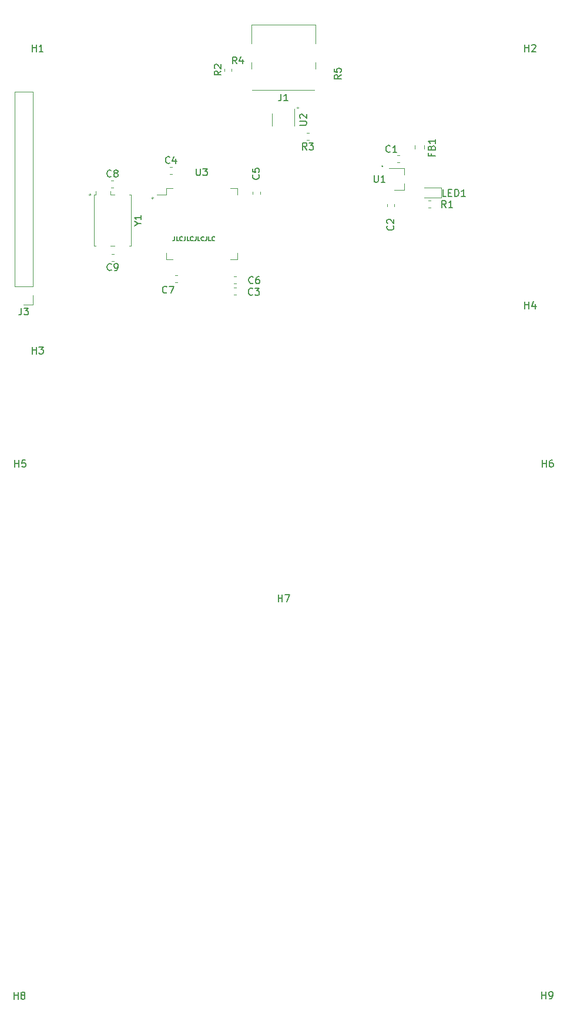
<source format=gbr>
%TF.GenerationSoftware,KiCad,Pcbnew,(5.1.6)-1*%
%TF.CreationDate,2020-12-15T22:49:58+02:00*%
%TF.ProjectId,macropad,6d616372-6f70-4616-942e-6b696361645f,rev?*%
%TF.SameCoordinates,Original*%
%TF.FileFunction,Legend,Top*%
%TF.FilePolarity,Positive*%
%FSLAX46Y46*%
G04 Gerber Fmt 4.6, Leading zero omitted, Abs format (unit mm)*
G04 Created by KiCad (PCBNEW (5.1.6)-1) date 2020-12-15 22:49:58*
%MOMM*%
%LPD*%
G01*
G04 APERTURE LIST*
%ADD10C,0.150000*%
%ADD11C,0.120000*%
G04 APERTURE END LIST*
D10*
X103648571Y-65601428D02*
X103648571Y-66030000D01*
X103620000Y-66115714D01*
X103562857Y-66172857D01*
X103477142Y-66201428D01*
X103420000Y-66201428D01*
X104220000Y-66201428D02*
X103934285Y-66201428D01*
X103934285Y-65601428D01*
X104762857Y-66144285D02*
X104734285Y-66172857D01*
X104648571Y-66201428D01*
X104591428Y-66201428D01*
X104505714Y-66172857D01*
X104448571Y-66115714D01*
X104420000Y-66058571D01*
X104391428Y-65944285D01*
X104391428Y-65858571D01*
X104420000Y-65744285D01*
X104448571Y-65687142D01*
X104505714Y-65630000D01*
X104591428Y-65601428D01*
X104648571Y-65601428D01*
X104734285Y-65630000D01*
X104762857Y-65658571D01*
X105191428Y-65601428D02*
X105191428Y-66030000D01*
X105162857Y-66115714D01*
X105105714Y-66172857D01*
X105020000Y-66201428D01*
X104962857Y-66201428D01*
X105762857Y-66201428D02*
X105477142Y-66201428D01*
X105477142Y-65601428D01*
X106305714Y-66144285D02*
X106277142Y-66172857D01*
X106191428Y-66201428D01*
X106134285Y-66201428D01*
X106048571Y-66172857D01*
X105991428Y-66115714D01*
X105962857Y-66058571D01*
X105934285Y-65944285D01*
X105934285Y-65858571D01*
X105962857Y-65744285D01*
X105991428Y-65687142D01*
X106048571Y-65630000D01*
X106134285Y-65601428D01*
X106191428Y-65601428D01*
X106277142Y-65630000D01*
X106305714Y-65658571D01*
X106734285Y-65601428D02*
X106734285Y-66030000D01*
X106705714Y-66115714D01*
X106648571Y-66172857D01*
X106562857Y-66201428D01*
X106505714Y-66201428D01*
X107305714Y-66201428D02*
X107020000Y-66201428D01*
X107020000Y-65601428D01*
X107848571Y-66144285D02*
X107820000Y-66172857D01*
X107734285Y-66201428D01*
X107677142Y-66201428D01*
X107591428Y-66172857D01*
X107534285Y-66115714D01*
X107505714Y-66058571D01*
X107477142Y-65944285D01*
X107477142Y-65858571D01*
X107505714Y-65744285D01*
X107534285Y-65687142D01*
X107591428Y-65630000D01*
X107677142Y-65601428D01*
X107734285Y-65601428D01*
X107820000Y-65630000D01*
X107848571Y-65658571D01*
X108277142Y-65601428D02*
X108277142Y-66030000D01*
X108248571Y-66115714D01*
X108191428Y-66172857D01*
X108105714Y-66201428D01*
X108048571Y-66201428D01*
X108848571Y-66201428D02*
X108562857Y-66201428D01*
X108562857Y-65601428D01*
X109391428Y-66144285D02*
X109362857Y-66172857D01*
X109277142Y-66201428D01*
X109220000Y-66201428D01*
X109134285Y-66172857D01*
X109077142Y-66115714D01*
X109048571Y-66058571D01*
X109020000Y-65944285D01*
X109020000Y-65858571D01*
X109048571Y-65744285D01*
X109077142Y-65687142D01*
X109134285Y-65630000D01*
X109220000Y-65601428D01*
X109277142Y-65601428D01*
X109362857Y-65630000D01*
X109391428Y-65658571D01*
D11*
X91622971Y-59570000D02*
G75*
G03*
X91622971Y-59570000I-152971J0D01*
G01*
X121561529Y-47070000D02*
G75*
G03*
X121561529Y-47070000I-131529J0D01*
G01*
X133710830Y-55470000D02*
G75*
G03*
X133710830Y-55470000I-120830J0D01*
G01*
X100642971Y-60040000D02*
G75*
G03*
X100642971Y-60040000I-152971J0D01*
G01*
%TO.C,J3*%
X83230000Y-75380000D02*
X81900000Y-75380000D01*
X83230000Y-74050000D02*
X83230000Y-75380000D01*
X83230000Y-72780000D02*
X80570000Y-72780000D01*
X80570000Y-72780000D02*
X80570000Y-44780000D01*
X83230000Y-72780000D02*
X83230000Y-44780000D01*
X83230000Y-44780000D02*
X80570000Y-44780000D01*
%TO.C,FB1*%
X139660000Y-52976252D02*
X139660000Y-52453748D01*
X138240000Y-52976252D02*
X138240000Y-52453748D01*
%TO.C,J1*%
X123920000Y-41400000D02*
X123920000Y-40500000D01*
X114730000Y-41400000D02*
X114730000Y-40500000D01*
X123920000Y-37800000D02*
X123920000Y-35070000D01*
X114730000Y-37800000D02*
X114730000Y-35070000D01*
X123800000Y-44480000D02*
X114850000Y-44480000D01*
X123920000Y-35070000D02*
X114730000Y-35070000D01*
%TO.C,LED1*%
X142040000Y-58550000D02*
X139580000Y-58550000D01*
X142040000Y-60020000D02*
X142040000Y-58550000D01*
X139580000Y-60020000D02*
X142040000Y-60020000D01*
%TO.C,U1*%
X136740000Y-58890000D02*
X135280000Y-58890000D01*
X136740000Y-55730000D02*
X134580000Y-55730000D01*
X136740000Y-55730000D02*
X136740000Y-56660000D01*
X136740000Y-58890000D02*
X136740000Y-57960000D01*
%TO.C,U2*%
X120940000Y-49680000D02*
X120940000Y-47230000D01*
X117720000Y-47880000D02*
X117720000Y-49680000D01*
%TO.C,U3*%
X102440000Y-59590000D02*
X101100000Y-59590000D01*
X102440000Y-58640000D02*
X102440000Y-59590000D01*
X103390000Y-58640000D02*
X102440000Y-58640000D01*
X112660000Y-58640000D02*
X112660000Y-59590000D01*
X111710000Y-58640000D02*
X112660000Y-58640000D01*
X102440000Y-68860000D02*
X102440000Y-67910000D01*
X103390000Y-68860000D02*
X102440000Y-68860000D01*
X112660000Y-68860000D02*
X112660000Y-67910000D01*
X111710000Y-68860000D02*
X112660000Y-68860000D01*
%TO.C,Y1*%
X95000000Y-66950000D02*
X94400000Y-66950000D01*
X94400000Y-59550000D02*
X95000000Y-59550000D01*
X94400000Y-59050000D02*
X94400000Y-59550000D01*
X92000000Y-66950000D02*
X92300000Y-66950000D01*
X92000000Y-59550000D02*
X92000000Y-66950000D01*
X92300000Y-59550000D02*
X92000000Y-59550000D01*
X92300000Y-59050000D02*
X92300000Y-59550000D01*
X97400000Y-66950000D02*
X97100000Y-66950000D01*
X97400000Y-59550000D02*
X97400000Y-66950000D01*
X97100000Y-59550000D02*
X97400000Y-59550000D01*
%TO.C,C1*%
X136051267Y-53900000D02*
X135708733Y-53900000D01*
X136051267Y-54920000D02*
X135708733Y-54920000D01*
%TO.C,C2*%
X135290000Y-60908733D02*
X135290000Y-61251267D01*
X134270000Y-60908733D02*
X134270000Y-61251267D01*
%TO.C,C3*%
X112521267Y-73955000D02*
X112178733Y-73955000D01*
X112521267Y-72935000D02*
X112178733Y-72935000D01*
%TO.C,C4*%
X102953733Y-56560000D02*
X103296267Y-56560000D01*
X102953733Y-55540000D02*
X103296267Y-55540000D01*
%TO.C,C5*%
X115960000Y-59103733D02*
X115960000Y-59446267D01*
X114940000Y-59103733D02*
X114940000Y-59446267D01*
%TO.C,C6*%
X112536267Y-71290000D02*
X112193733Y-71290000D01*
X112536267Y-72310000D02*
X112193733Y-72310000D01*
%TO.C,C7*%
X104071267Y-72185000D02*
X103728733Y-72185000D01*
X104071267Y-71165000D02*
X103728733Y-71165000D01*
%TO.C,C8*%
X94513733Y-58510000D02*
X94856267Y-58510000D01*
X94513733Y-57490000D02*
X94856267Y-57490000D01*
%TO.C,C9*%
X94886267Y-69110000D02*
X94543733Y-69110000D01*
X94886267Y-68090000D02*
X94543733Y-68090000D01*
%TO.C,R1*%
X140526267Y-61395000D02*
X140183733Y-61395000D01*
X140526267Y-60375000D02*
X140183733Y-60375000D01*
%TO.C,R2*%
X110820000Y-41746267D02*
X110820000Y-41403733D01*
X111840000Y-41746267D02*
X111840000Y-41403733D01*
%TO.C,R3*%
X123036267Y-50700000D02*
X122693733Y-50700000D01*
X123036267Y-51720000D02*
X122693733Y-51720000D01*
%TO.C,J3*%
D10*
X81576666Y-75862380D02*
X81576666Y-76576666D01*
X81529047Y-76719523D01*
X81433809Y-76814761D01*
X81290952Y-76862380D01*
X81195714Y-76862380D01*
X81957619Y-75862380D02*
X82576666Y-75862380D01*
X82243333Y-76243333D01*
X82386190Y-76243333D01*
X82481428Y-76290952D01*
X82529047Y-76338571D01*
X82576666Y-76433809D01*
X82576666Y-76671904D01*
X82529047Y-76767142D01*
X82481428Y-76814761D01*
X82386190Y-76862380D01*
X82100476Y-76862380D01*
X82005238Y-76814761D01*
X81957619Y-76767142D01*
%TO.C,H9*%
X156588095Y-175302380D02*
X156588095Y-174302380D01*
X156588095Y-174778571D02*
X157159523Y-174778571D01*
X157159523Y-175302380D02*
X157159523Y-174302380D01*
X157683333Y-175302380D02*
X157873809Y-175302380D01*
X157969047Y-175254761D01*
X158016666Y-175207142D01*
X158111904Y-175064285D01*
X158159523Y-174873809D01*
X158159523Y-174492857D01*
X158111904Y-174397619D01*
X158064285Y-174350000D01*
X157969047Y-174302380D01*
X157778571Y-174302380D01*
X157683333Y-174350000D01*
X157635714Y-174397619D01*
X157588095Y-174492857D01*
X157588095Y-174730952D01*
X157635714Y-174826190D01*
X157683333Y-174873809D01*
X157778571Y-174921428D01*
X157969047Y-174921428D01*
X158064285Y-174873809D01*
X158111904Y-174826190D01*
X158159523Y-174730952D01*
%TO.C,H4*%
X154138095Y-75952380D02*
X154138095Y-74952380D01*
X154138095Y-75428571D02*
X154709523Y-75428571D01*
X154709523Y-75952380D02*
X154709523Y-74952380D01*
X155614285Y-75285714D02*
X155614285Y-75952380D01*
X155376190Y-74904761D02*
X155138095Y-75619047D01*
X155757142Y-75619047D01*
%TO.C,H3*%
X83158095Y-82462380D02*
X83158095Y-81462380D01*
X83158095Y-81938571D02*
X83729523Y-81938571D01*
X83729523Y-82462380D02*
X83729523Y-81462380D01*
X84110476Y-81462380D02*
X84729523Y-81462380D01*
X84396190Y-81843333D01*
X84539047Y-81843333D01*
X84634285Y-81890952D01*
X84681904Y-81938571D01*
X84729523Y-82033809D01*
X84729523Y-82271904D01*
X84681904Y-82367142D01*
X84634285Y-82414761D01*
X84539047Y-82462380D01*
X84253333Y-82462380D01*
X84158095Y-82414761D01*
X84110476Y-82367142D01*
%TO.C,H2*%
X154138095Y-38952380D02*
X154138095Y-37952380D01*
X154138095Y-38428571D02*
X154709523Y-38428571D01*
X154709523Y-38952380D02*
X154709523Y-37952380D01*
X155138095Y-38047619D02*
X155185714Y-38000000D01*
X155280952Y-37952380D01*
X155519047Y-37952380D01*
X155614285Y-38000000D01*
X155661904Y-38047619D01*
X155709523Y-38142857D01*
X155709523Y-38238095D01*
X155661904Y-38380952D01*
X155090476Y-38952380D01*
X155709523Y-38952380D01*
%TO.C,H1*%
X83138095Y-38952380D02*
X83138095Y-37952380D01*
X83138095Y-38428571D02*
X83709523Y-38428571D01*
X83709523Y-38952380D02*
X83709523Y-37952380D01*
X84709523Y-38952380D02*
X84138095Y-38952380D01*
X84423809Y-38952380D02*
X84423809Y-37952380D01*
X84328571Y-38095238D01*
X84233333Y-38190476D01*
X84138095Y-38238095D01*
%TO.C,FB1*%
X140678571Y-53648333D02*
X140678571Y-53981666D01*
X141202380Y-53981666D02*
X140202380Y-53981666D01*
X140202380Y-53505476D01*
X140678571Y-52791190D02*
X140726190Y-52648333D01*
X140773809Y-52600714D01*
X140869047Y-52553095D01*
X141011904Y-52553095D01*
X141107142Y-52600714D01*
X141154761Y-52648333D01*
X141202380Y-52743571D01*
X141202380Y-53124523D01*
X140202380Y-53124523D01*
X140202380Y-52791190D01*
X140250000Y-52695952D01*
X140297619Y-52648333D01*
X140392857Y-52600714D01*
X140488095Y-52600714D01*
X140583333Y-52648333D01*
X140630952Y-52695952D01*
X140678571Y-52791190D01*
X140678571Y-53124523D01*
X141202380Y-51600714D02*
X141202380Y-52172142D01*
X141202380Y-51886428D02*
X140202380Y-51886428D01*
X140345238Y-51981666D01*
X140440476Y-52076904D01*
X140488095Y-52172142D01*
%TO.C,H5*%
X80638095Y-98752380D02*
X80638095Y-97752380D01*
X80638095Y-98228571D02*
X81209523Y-98228571D01*
X81209523Y-98752380D02*
X81209523Y-97752380D01*
X82161904Y-97752380D02*
X81685714Y-97752380D01*
X81638095Y-98228571D01*
X81685714Y-98180952D01*
X81780952Y-98133333D01*
X82019047Y-98133333D01*
X82114285Y-98180952D01*
X82161904Y-98228571D01*
X82209523Y-98323809D01*
X82209523Y-98561904D01*
X82161904Y-98657142D01*
X82114285Y-98704761D01*
X82019047Y-98752380D01*
X81780952Y-98752380D01*
X81685714Y-98704761D01*
X81638095Y-98657142D01*
%TO.C,H6*%
X156638095Y-98752380D02*
X156638095Y-97752380D01*
X156638095Y-98228571D02*
X157209523Y-98228571D01*
X157209523Y-98752380D02*
X157209523Y-97752380D01*
X158114285Y-97752380D02*
X157923809Y-97752380D01*
X157828571Y-97800000D01*
X157780952Y-97847619D01*
X157685714Y-97990476D01*
X157638095Y-98180952D01*
X157638095Y-98561904D01*
X157685714Y-98657142D01*
X157733333Y-98704761D01*
X157828571Y-98752380D01*
X158019047Y-98752380D01*
X158114285Y-98704761D01*
X158161904Y-98657142D01*
X158209523Y-98561904D01*
X158209523Y-98323809D01*
X158161904Y-98228571D01*
X158114285Y-98180952D01*
X158019047Y-98133333D01*
X157828571Y-98133333D01*
X157733333Y-98180952D01*
X157685714Y-98228571D01*
X157638095Y-98323809D01*
%TO.C,H7*%
X118588095Y-118127380D02*
X118588095Y-117127380D01*
X118588095Y-117603571D02*
X119159523Y-117603571D01*
X119159523Y-118127380D02*
X119159523Y-117127380D01*
X119540476Y-117127380D02*
X120207142Y-117127380D01*
X119778571Y-118127380D01*
%TO.C,H8*%
X80513095Y-175352380D02*
X80513095Y-174352380D01*
X80513095Y-174828571D02*
X81084523Y-174828571D01*
X81084523Y-175352380D02*
X81084523Y-174352380D01*
X81703571Y-174780952D02*
X81608333Y-174733333D01*
X81560714Y-174685714D01*
X81513095Y-174590476D01*
X81513095Y-174542857D01*
X81560714Y-174447619D01*
X81608333Y-174400000D01*
X81703571Y-174352380D01*
X81894047Y-174352380D01*
X81989285Y-174400000D01*
X82036904Y-174447619D01*
X82084523Y-174542857D01*
X82084523Y-174590476D01*
X82036904Y-174685714D01*
X81989285Y-174733333D01*
X81894047Y-174780952D01*
X81703571Y-174780952D01*
X81608333Y-174828571D01*
X81560714Y-174876190D01*
X81513095Y-174971428D01*
X81513095Y-175161904D01*
X81560714Y-175257142D01*
X81608333Y-175304761D01*
X81703571Y-175352380D01*
X81894047Y-175352380D01*
X81989285Y-175304761D01*
X82036904Y-175257142D01*
X82084523Y-175161904D01*
X82084523Y-174971428D01*
X82036904Y-174876190D01*
X81989285Y-174828571D01*
X81894047Y-174780952D01*
%TO.C,J1*%
X118991666Y-45052380D02*
X118991666Y-45766666D01*
X118944047Y-45909523D01*
X118848809Y-46004761D01*
X118705952Y-46052380D01*
X118610714Y-46052380D01*
X119991666Y-46052380D02*
X119420238Y-46052380D01*
X119705952Y-46052380D02*
X119705952Y-45052380D01*
X119610714Y-45195238D01*
X119515476Y-45290476D01*
X119420238Y-45338095D01*
%TO.C,LED1*%
X142785952Y-59787380D02*
X142309761Y-59787380D01*
X142309761Y-58787380D01*
X143119285Y-59263571D02*
X143452619Y-59263571D01*
X143595476Y-59787380D02*
X143119285Y-59787380D01*
X143119285Y-58787380D01*
X143595476Y-58787380D01*
X144024047Y-59787380D02*
X144024047Y-58787380D01*
X144262142Y-58787380D01*
X144405000Y-58835000D01*
X144500238Y-58930238D01*
X144547857Y-59025476D01*
X144595476Y-59215952D01*
X144595476Y-59358809D01*
X144547857Y-59549285D01*
X144500238Y-59644523D01*
X144405000Y-59739761D01*
X144262142Y-59787380D01*
X144024047Y-59787380D01*
X145547857Y-59787380D02*
X144976428Y-59787380D01*
X145262142Y-59787380D02*
X145262142Y-58787380D01*
X145166904Y-58930238D01*
X145071666Y-59025476D01*
X144976428Y-59073095D01*
%TO.C,U1*%
X132418095Y-56752380D02*
X132418095Y-57561904D01*
X132465714Y-57657142D01*
X132513333Y-57704761D01*
X132608571Y-57752380D01*
X132799047Y-57752380D01*
X132894285Y-57704761D01*
X132941904Y-57657142D01*
X132989523Y-57561904D01*
X132989523Y-56752380D01*
X133989523Y-57752380D02*
X133418095Y-57752380D01*
X133703809Y-57752380D02*
X133703809Y-56752380D01*
X133608571Y-56895238D01*
X133513333Y-56990476D01*
X133418095Y-57038095D01*
%TO.C,U2*%
X121682380Y-49541904D02*
X122491904Y-49541904D01*
X122587142Y-49494285D01*
X122634761Y-49446666D01*
X122682380Y-49351428D01*
X122682380Y-49160952D01*
X122634761Y-49065714D01*
X122587142Y-49018095D01*
X122491904Y-48970476D01*
X121682380Y-48970476D01*
X121777619Y-48541904D02*
X121730000Y-48494285D01*
X121682380Y-48399047D01*
X121682380Y-48160952D01*
X121730000Y-48065714D01*
X121777619Y-48018095D01*
X121872857Y-47970476D01*
X121968095Y-47970476D01*
X122110952Y-48018095D01*
X122682380Y-48589523D01*
X122682380Y-47970476D01*
%TO.C,U3*%
X106788095Y-55802380D02*
X106788095Y-56611904D01*
X106835714Y-56707142D01*
X106883333Y-56754761D01*
X106978571Y-56802380D01*
X107169047Y-56802380D01*
X107264285Y-56754761D01*
X107311904Y-56707142D01*
X107359523Y-56611904D01*
X107359523Y-55802380D01*
X107740476Y-55802380D02*
X108359523Y-55802380D01*
X108026190Y-56183333D01*
X108169047Y-56183333D01*
X108264285Y-56230952D01*
X108311904Y-56278571D01*
X108359523Y-56373809D01*
X108359523Y-56611904D01*
X108311904Y-56707142D01*
X108264285Y-56754761D01*
X108169047Y-56802380D01*
X107883333Y-56802380D01*
X107788095Y-56754761D01*
X107740476Y-56707142D01*
%TO.C,Y1*%
X98376190Y-63726190D02*
X98852380Y-63726190D01*
X97852380Y-64059523D02*
X98376190Y-63726190D01*
X97852380Y-63392857D01*
X98852380Y-62535714D02*
X98852380Y-63107142D01*
X98852380Y-62821428D02*
X97852380Y-62821428D01*
X97995238Y-62916666D01*
X98090476Y-63011904D01*
X98138095Y-63107142D01*
%TO.C,C1*%
X134713333Y-53367142D02*
X134665714Y-53414761D01*
X134522857Y-53462380D01*
X134427619Y-53462380D01*
X134284761Y-53414761D01*
X134189523Y-53319523D01*
X134141904Y-53224285D01*
X134094285Y-53033809D01*
X134094285Y-52890952D01*
X134141904Y-52700476D01*
X134189523Y-52605238D01*
X134284761Y-52510000D01*
X134427619Y-52462380D01*
X134522857Y-52462380D01*
X134665714Y-52510000D01*
X134713333Y-52557619D01*
X135665714Y-53462380D02*
X135094285Y-53462380D01*
X135380000Y-53462380D02*
X135380000Y-52462380D01*
X135284761Y-52605238D01*
X135189523Y-52700476D01*
X135094285Y-52748095D01*
%TO.C,C2*%
X135147142Y-64046666D02*
X135194761Y-64094285D01*
X135242380Y-64237142D01*
X135242380Y-64332380D01*
X135194761Y-64475238D01*
X135099523Y-64570476D01*
X135004285Y-64618095D01*
X134813809Y-64665714D01*
X134670952Y-64665714D01*
X134480476Y-64618095D01*
X134385238Y-64570476D01*
X134290000Y-64475238D01*
X134242380Y-64332380D01*
X134242380Y-64237142D01*
X134290000Y-64094285D01*
X134337619Y-64046666D01*
X134337619Y-63665714D02*
X134290000Y-63618095D01*
X134242380Y-63522857D01*
X134242380Y-63284761D01*
X134290000Y-63189523D01*
X134337619Y-63141904D01*
X134432857Y-63094285D01*
X134528095Y-63094285D01*
X134670952Y-63141904D01*
X135242380Y-63713333D01*
X135242380Y-63094285D01*
%TO.C,C3*%
X114883333Y-73917142D02*
X114835714Y-73964761D01*
X114692857Y-74012380D01*
X114597619Y-74012380D01*
X114454761Y-73964761D01*
X114359523Y-73869523D01*
X114311904Y-73774285D01*
X114264285Y-73583809D01*
X114264285Y-73440952D01*
X114311904Y-73250476D01*
X114359523Y-73155238D01*
X114454761Y-73060000D01*
X114597619Y-73012380D01*
X114692857Y-73012380D01*
X114835714Y-73060000D01*
X114883333Y-73107619D01*
X115216666Y-73012380D02*
X115835714Y-73012380D01*
X115502380Y-73393333D01*
X115645238Y-73393333D01*
X115740476Y-73440952D01*
X115788095Y-73488571D01*
X115835714Y-73583809D01*
X115835714Y-73821904D01*
X115788095Y-73917142D01*
X115740476Y-73964761D01*
X115645238Y-74012380D01*
X115359523Y-74012380D01*
X115264285Y-73964761D01*
X115216666Y-73917142D01*
%TO.C,C4*%
X102958333Y-54977142D02*
X102910714Y-55024761D01*
X102767857Y-55072380D01*
X102672619Y-55072380D01*
X102529761Y-55024761D01*
X102434523Y-54929523D01*
X102386904Y-54834285D01*
X102339285Y-54643809D01*
X102339285Y-54500952D01*
X102386904Y-54310476D01*
X102434523Y-54215238D01*
X102529761Y-54120000D01*
X102672619Y-54072380D01*
X102767857Y-54072380D01*
X102910714Y-54120000D01*
X102958333Y-54167619D01*
X103815476Y-54405714D02*
X103815476Y-55072380D01*
X103577380Y-54024761D02*
X103339285Y-54739047D01*
X103958333Y-54739047D01*
%TO.C,C5*%
X115767142Y-56696666D02*
X115814761Y-56744285D01*
X115862380Y-56887142D01*
X115862380Y-56982380D01*
X115814761Y-57125238D01*
X115719523Y-57220476D01*
X115624285Y-57268095D01*
X115433809Y-57315714D01*
X115290952Y-57315714D01*
X115100476Y-57268095D01*
X115005238Y-57220476D01*
X114910000Y-57125238D01*
X114862380Y-56982380D01*
X114862380Y-56887142D01*
X114910000Y-56744285D01*
X114957619Y-56696666D01*
X114862380Y-55791904D02*
X114862380Y-56268095D01*
X115338571Y-56315714D01*
X115290952Y-56268095D01*
X115243333Y-56172857D01*
X115243333Y-55934761D01*
X115290952Y-55839523D01*
X115338571Y-55791904D01*
X115433809Y-55744285D01*
X115671904Y-55744285D01*
X115767142Y-55791904D01*
X115814761Y-55839523D01*
X115862380Y-55934761D01*
X115862380Y-56172857D01*
X115814761Y-56268095D01*
X115767142Y-56315714D01*
%TO.C,C6*%
X114963333Y-72257142D02*
X114915714Y-72304761D01*
X114772857Y-72352380D01*
X114677619Y-72352380D01*
X114534761Y-72304761D01*
X114439523Y-72209523D01*
X114391904Y-72114285D01*
X114344285Y-71923809D01*
X114344285Y-71780952D01*
X114391904Y-71590476D01*
X114439523Y-71495238D01*
X114534761Y-71400000D01*
X114677619Y-71352380D01*
X114772857Y-71352380D01*
X114915714Y-71400000D01*
X114963333Y-71447619D01*
X115820476Y-71352380D02*
X115630000Y-71352380D01*
X115534761Y-71400000D01*
X115487142Y-71447619D01*
X115391904Y-71590476D01*
X115344285Y-71780952D01*
X115344285Y-72161904D01*
X115391904Y-72257142D01*
X115439523Y-72304761D01*
X115534761Y-72352380D01*
X115725238Y-72352380D01*
X115820476Y-72304761D01*
X115868095Y-72257142D01*
X115915714Y-72161904D01*
X115915714Y-71923809D01*
X115868095Y-71828571D01*
X115820476Y-71780952D01*
X115725238Y-71733333D01*
X115534761Y-71733333D01*
X115439523Y-71780952D01*
X115391904Y-71828571D01*
X115344285Y-71923809D01*
%TO.C,C7*%
X102533333Y-73637142D02*
X102485714Y-73684761D01*
X102342857Y-73732380D01*
X102247619Y-73732380D01*
X102104761Y-73684761D01*
X102009523Y-73589523D01*
X101961904Y-73494285D01*
X101914285Y-73303809D01*
X101914285Y-73160952D01*
X101961904Y-72970476D01*
X102009523Y-72875238D01*
X102104761Y-72780000D01*
X102247619Y-72732380D01*
X102342857Y-72732380D01*
X102485714Y-72780000D01*
X102533333Y-72827619D01*
X102866666Y-72732380D02*
X103533333Y-72732380D01*
X103104761Y-73732380D01*
%TO.C,C8*%
X94518333Y-56927142D02*
X94470714Y-56974761D01*
X94327857Y-57022380D01*
X94232619Y-57022380D01*
X94089761Y-56974761D01*
X93994523Y-56879523D01*
X93946904Y-56784285D01*
X93899285Y-56593809D01*
X93899285Y-56450952D01*
X93946904Y-56260476D01*
X93994523Y-56165238D01*
X94089761Y-56070000D01*
X94232619Y-56022380D01*
X94327857Y-56022380D01*
X94470714Y-56070000D01*
X94518333Y-56117619D01*
X95089761Y-56450952D02*
X94994523Y-56403333D01*
X94946904Y-56355714D01*
X94899285Y-56260476D01*
X94899285Y-56212857D01*
X94946904Y-56117619D01*
X94994523Y-56070000D01*
X95089761Y-56022380D01*
X95280238Y-56022380D01*
X95375476Y-56070000D01*
X95423095Y-56117619D01*
X95470714Y-56212857D01*
X95470714Y-56260476D01*
X95423095Y-56355714D01*
X95375476Y-56403333D01*
X95280238Y-56450952D01*
X95089761Y-56450952D01*
X94994523Y-56498571D01*
X94946904Y-56546190D01*
X94899285Y-56641428D01*
X94899285Y-56831904D01*
X94946904Y-56927142D01*
X94994523Y-56974761D01*
X95089761Y-57022380D01*
X95280238Y-57022380D01*
X95375476Y-56974761D01*
X95423095Y-56927142D01*
X95470714Y-56831904D01*
X95470714Y-56641428D01*
X95423095Y-56546190D01*
X95375476Y-56498571D01*
X95280238Y-56450952D01*
%TO.C,C9*%
X94548333Y-70387142D02*
X94500714Y-70434761D01*
X94357857Y-70482380D01*
X94262619Y-70482380D01*
X94119761Y-70434761D01*
X94024523Y-70339523D01*
X93976904Y-70244285D01*
X93929285Y-70053809D01*
X93929285Y-69910952D01*
X93976904Y-69720476D01*
X94024523Y-69625238D01*
X94119761Y-69530000D01*
X94262619Y-69482380D01*
X94357857Y-69482380D01*
X94500714Y-69530000D01*
X94548333Y-69577619D01*
X95024523Y-70482380D02*
X95215000Y-70482380D01*
X95310238Y-70434761D01*
X95357857Y-70387142D01*
X95453095Y-70244285D01*
X95500714Y-70053809D01*
X95500714Y-69672857D01*
X95453095Y-69577619D01*
X95405476Y-69530000D01*
X95310238Y-69482380D01*
X95119761Y-69482380D01*
X95024523Y-69530000D01*
X94976904Y-69577619D01*
X94929285Y-69672857D01*
X94929285Y-69910952D01*
X94976904Y-70006190D01*
X95024523Y-70053809D01*
X95119761Y-70101428D01*
X95310238Y-70101428D01*
X95405476Y-70053809D01*
X95453095Y-70006190D01*
X95500714Y-69910952D01*
%TO.C,R1*%
X142763333Y-61412380D02*
X142430000Y-60936190D01*
X142191904Y-61412380D02*
X142191904Y-60412380D01*
X142572857Y-60412380D01*
X142668095Y-60460000D01*
X142715714Y-60507619D01*
X142763333Y-60602857D01*
X142763333Y-60745714D01*
X142715714Y-60840952D01*
X142668095Y-60888571D01*
X142572857Y-60936190D01*
X142191904Y-60936190D01*
X143715714Y-61412380D02*
X143144285Y-61412380D01*
X143430000Y-61412380D02*
X143430000Y-60412380D01*
X143334761Y-60555238D01*
X143239523Y-60650476D01*
X143144285Y-60698095D01*
%TO.C,R2*%
X110352380Y-41741666D02*
X109876190Y-42075000D01*
X110352380Y-42313095D02*
X109352380Y-42313095D01*
X109352380Y-41932142D01*
X109400000Y-41836904D01*
X109447619Y-41789285D01*
X109542857Y-41741666D01*
X109685714Y-41741666D01*
X109780952Y-41789285D01*
X109828571Y-41836904D01*
X109876190Y-41932142D01*
X109876190Y-42313095D01*
X109447619Y-41360714D02*
X109400000Y-41313095D01*
X109352380Y-41217857D01*
X109352380Y-40979761D01*
X109400000Y-40884523D01*
X109447619Y-40836904D01*
X109542857Y-40789285D01*
X109638095Y-40789285D01*
X109780952Y-40836904D01*
X110352380Y-41408333D01*
X110352380Y-40789285D01*
%TO.C,R3*%
X122698333Y-53092380D02*
X122365000Y-52616190D01*
X122126904Y-53092380D02*
X122126904Y-52092380D01*
X122507857Y-52092380D01*
X122603095Y-52140000D01*
X122650714Y-52187619D01*
X122698333Y-52282857D01*
X122698333Y-52425714D01*
X122650714Y-52520952D01*
X122603095Y-52568571D01*
X122507857Y-52616190D01*
X122126904Y-52616190D01*
X123031666Y-52092380D02*
X123650714Y-52092380D01*
X123317380Y-52473333D01*
X123460238Y-52473333D01*
X123555476Y-52520952D01*
X123603095Y-52568571D01*
X123650714Y-52663809D01*
X123650714Y-52901904D01*
X123603095Y-52997142D01*
X123555476Y-53044761D01*
X123460238Y-53092380D01*
X123174523Y-53092380D01*
X123079285Y-53044761D01*
X123031666Y-52997142D01*
%TO.C,R4*%
X112608333Y-40712380D02*
X112275000Y-40236190D01*
X112036904Y-40712380D02*
X112036904Y-39712380D01*
X112417857Y-39712380D01*
X112513095Y-39760000D01*
X112560714Y-39807619D01*
X112608333Y-39902857D01*
X112608333Y-40045714D01*
X112560714Y-40140952D01*
X112513095Y-40188571D01*
X112417857Y-40236190D01*
X112036904Y-40236190D01*
X113465476Y-40045714D02*
X113465476Y-40712380D01*
X113227380Y-39664761D02*
X112989285Y-40379047D01*
X113608333Y-40379047D01*
%TO.C,R5*%
X127642380Y-42316666D02*
X127166190Y-42650000D01*
X127642380Y-42888095D02*
X126642380Y-42888095D01*
X126642380Y-42507142D01*
X126690000Y-42411904D01*
X126737619Y-42364285D01*
X126832857Y-42316666D01*
X126975714Y-42316666D01*
X127070952Y-42364285D01*
X127118571Y-42411904D01*
X127166190Y-42507142D01*
X127166190Y-42888095D01*
X126642380Y-41411904D02*
X126642380Y-41888095D01*
X127118571Y-41935714D01*
X127070952Y-41888095D01*
X127023333Y-41792857D01*
X127023333Y-41554761D01*
X127070952Y-41459523D01*
X127118571Y-41411904D01*
X127213809Y-41364285D01*
X127451904Y-41364285D01*
X127547142Y-41411904D01*
X127594761Y-41459523D01*
X127642380Y-41554761D01*
X127642380Y-41792857D01*
X127594761Y-41888095D01*
X127547142Y-41935714D01*
%TD*%
M02*

</source>
